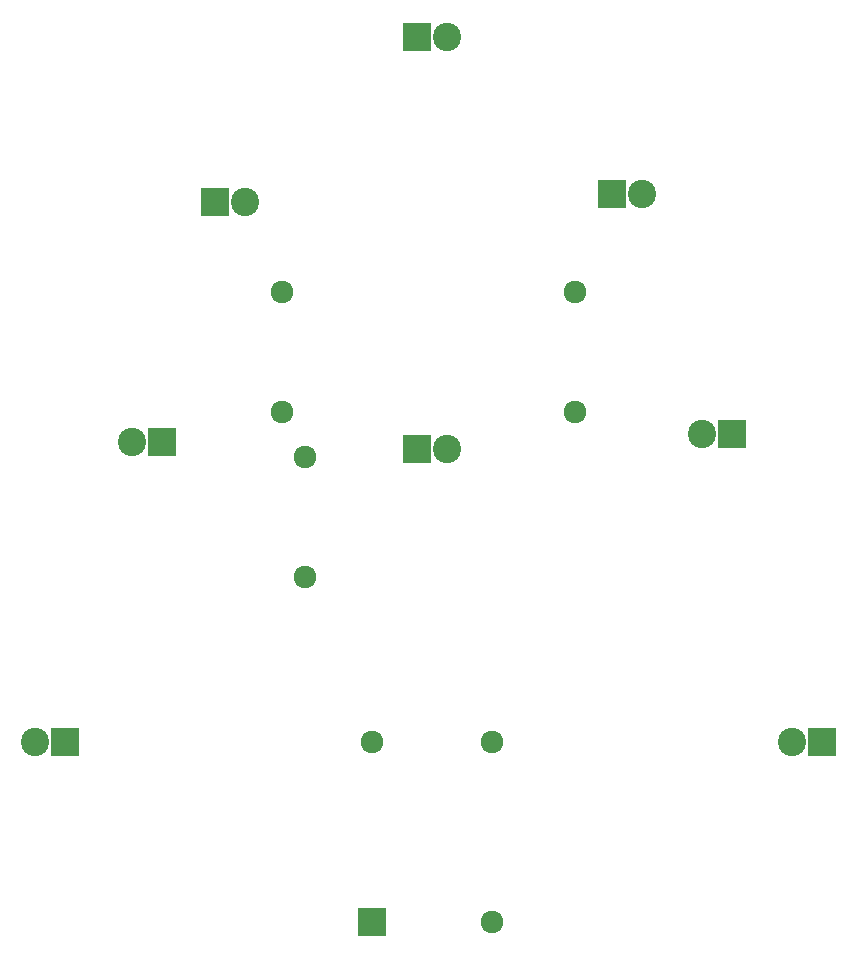
<source format=gts>
G04 #@! TF.FileFunction,Soldermask,Top*
%FSLAX46Y46*%
G04 Gerber Fmt 4.6, Leading zero omitted, Abs format (unit mm)*
G04 Created by KiCad (PCBNEW 4.0.1-stable) date 27/05/2016 22:40:19*
%MOMM*%
G01*
G04 APERTURE LIST*
%ADD10C,0.100000*%
%ADD11C,1.924000*%
%ADD12R,2.400000X2.400000*%
%ADD13C,2.400000*%
G04 APERTURE END LIST*
D10*
D11*
X111760000Y-116205000D03*
D12*
X101600000Y-116205000D03*
X105410000Y-41275000D03*
D13*
X107950000Y-41275000D03*
D12*
X88265000Y-55245000D03*
D13*
X90805000Y-55245000D03*
D12*
X121920000Y-54610000D03*
D13*
X124460000Y-54610000D03*
D12*
X105410000Y-76200000D03*
D13*
X107950000Y-76200000D03*
D12*
X83820000Y-75565000D03*
D13*
X81280000Y-75565000D03*
D12*
X132080000Y-74930000D03*
D13*
X129540000Y-74930000D03*
D12*
X75565000Y-100965000D03*
D13*
X73025000Y-100965000D03*
D12*
X139700000Y-100965000D03*
D13*
X137160000Y-100965000D03*
D11*
X93980000Y-62865000D03*
X93980000Y-73025000D03*
X118745000Y-73025000D03*
X118745000Y-62865000D03*
X95885000Y-86995000D03*
X95885000Y-76835000D03*
X101600000Y-100965000D03*
X111760000Y-100965000D03*
M02*

</source>
